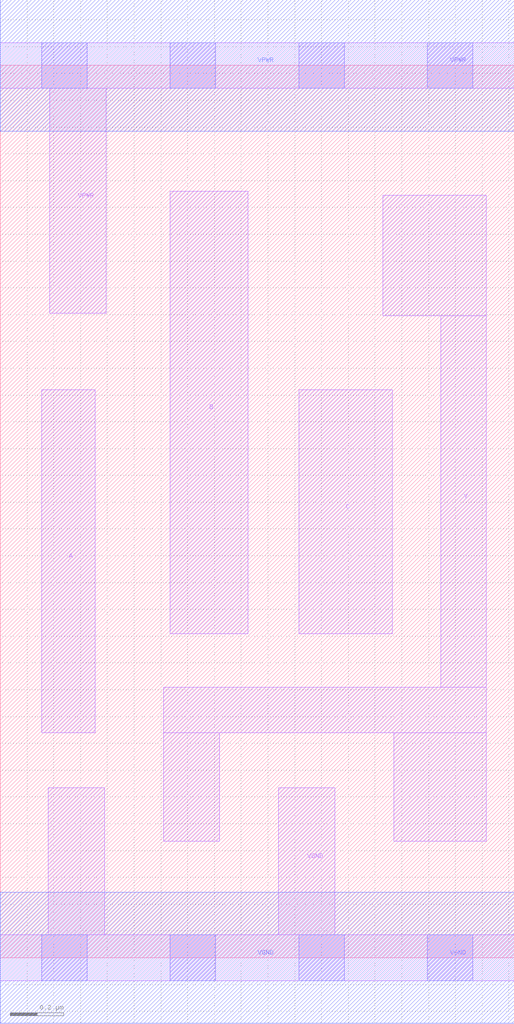
<source format=lef>
# Copyright 2020 The SkyWater PDK Authors
#
# Licensed under the Apache License, Version 2.0 (the "License");
# you may not use this file except in compliance with the License.
# You may obtain a copy of the License at
#
#     https://www.apache.org/licenses/LICENSE-2.0
#
# Unless required by applicable law or agreed to in writing, software
# distributed under the License is distributed on an "AS IS" BASIS,
# WITHOUT WARRANTIES OR CONDITIONS OF ANY KIND, either express or implied.
# See the License for the specific language governing permissions and
# limitations under the License.
#
# SPDX-License-Identifier: Apache-2.0

VERSION 5.7 ;
  NAMESCASESENSITIVE ON ;
  NOWIREEXTENSIONATPIN ON ;
  DIVIDERCHAR "/" ;
  BUSBITCHARS "[]" ;
UNITS
  DATABASE MICRONS 200 ;
END UNITS
MACRO sky130_fd_sc_lp__nor3_m
  CLASS CORE ;
  SOURCE USER ;
  FOREIGN sky130_fd_sc_lp__nor3_m ;
  ORIGIN  0.000000  0.000000 ;
  SIZE  1.920000 BY  3.330000 ;
  SYMMETRY X Y R90 ;
  SITE unit ;
  PIN A
    ANTENNAGATEAREA  0.126000 ;
    DIRECTION INPUT ;
    USE SIGNAL ;
    PORT
      LAYER li1 ;
        RECT 0.155000 0.840000 0.355000 2.120000 ;
    END
  END A
  PIN B
    ANTENNAGATEAREA  0.126000 ;
    DIRECTION INPUT ;
    USE SIGNAL ;
    PORT
      LAYER li1 ;
        RECT 0.635000 1.210000 0.925000 2.860000 ;
    END
  END B
  PIN C
    ANTENNAGATEAREA  0.126000 ;
    DIRECTION INPUT ;
    USE SIGNAL ;
    PORT
      LAYER li1 ;
        RECT 1.115000 1.210000 1.465000 2.120000 ;
    END
  END C
  PIN Y
    ANTENNADIFFAREA  0.340200 ;
    DIRECTION OUTPUT ;
    USE SIGNAL ;
    PORT
      LAYER li1 ;
        RECT 0.610000 0.435000 0.820000 0.840000 ;
        RECT 0.610000 0.840000 1.815000 1.010000 ;
        RECT 1.430000 2.395000 1.815000 2.845000 ;
        RECT 1.470000 0.435000 1.815000 0.840000 ;
        RECT 1.645000 1.010000 1.815000 2.395000 ;
    END
  END Y
  PIN VGND
    DIRECTION INOUT ;
    USE GROUND ;
    PORT
      LAYER li1 ;
        RECT 0.000000 -0.085000 1.920000 0.085000 ;
        RECT 0.180000  0.085000 0.390000 0.635000 ;
        RECT 1.040000  0.085000 1.250000 0.635000 ;
      LAYER mcon ;
        RECT 0.155000 -0.085000 0.325000 0.085000 ;
        RECT 0.635000 -0.085000 0.805000 0.085000 ;
        RECT 1.115000 -0.085000 1.285000 0.085000 ;
        RECT 1.595000 -0.085000 1.765000 0.085000 ;
      LAYER met1 ;
        RECT 0.000000 -0.245000 1.920000 0.245000 ;
    END
  END VGND
  PIN VPWR
    DIRECTION INOUT ;
    USE POWER ;
    PORT
      LAYER li1 ;
        RECT 0.000000 3.245000 1.920000 3.415000 ;
        RECT 0.185000 2.405000 0.395000 3.245000 ;
      LAYER mcon ;
        RECT 0.155000 3.245000 0.325000 3.415000 ;
        RECT 0.635000 3.245000 0.805000 3.415000 ;
        RECT 1.115000 3.245000 1.285000 3.415000 ;
        RECT 1.595000 3.245000 1.765000 3.415000 ;
      LAYER met1 ;
        RECT 0.000000 3.085000 1.920000 3.575000 ;
    END
  END VPWR
END sky130_fd_sc_lp__nor3_m

</source>
